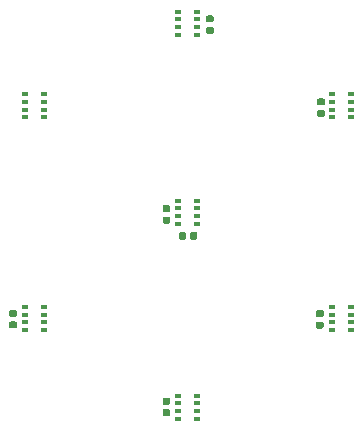
<source format=gbr>
G04 #@! TF.GenerationSoftware,KiCad,Pcbnew,5.0.1-33cea8e~67~ubuntu16.04.1*
G04 #@! TF.CreationDate,2018-10-18T10:50:00-04:00*
G04 #@! TF.ProjectId,MQP Kat Foot Sensors,4D5150204B617420466F6F742053656E,rev?*
G04 #@! TF.SameCoordinates,Original*
G04 #@! TF.FileFunction,Paste,Bot*
G04 #@! TF.FilePolarity,Positive*
%FSLAX46Y46*%
G04 Gerber Fmt 4.6, Leading zero omitted, Abs format (unit mm)*
G04 Created by KiCad (PCBNEW 5.0.1-33cea8e~67~ubuntu16.04.1) date Thu 18 Oct 2018 10:50:00 AM EDT*
%MOMM*%
%LPD*%
G01*
G04 APERTURE LIST*
%ADD10R,0.500000X0.350000*%
%ADD11C,0.100000*%
%ADD12C,0.590000*%
G04 APERTURE END LIST*
D10*
G04 #@! TO.C,IC6*
X-13800000Y-9975000D03*
X-13800000Y-9325000D03*
X-13800000Y-8675000D03*
X-13800000Y-8025000D03*
X-12200000Y-8025000D03*
X-12200000Y-8675000D03*
X-12200000Y-9325000D03*
X-12200000Y-9975000D03*
G04 #@! TD*
G04 #@! TO.C,IC7*
X12200000Y-9975000D03*
X12200000Y-9325000D03*
X12200000Y-8675000D03*
X12200000Y-8025000D03*
X13800000Y-8025000D03*
X13800000Y-8675000D03*
X13800000Y-9325000D03*
X13800000Y-9975000D03*
G04 #@! TD*
G04 #@! TO.C,IC3*
X-800000Y-17475000D03*
X-800000Y-16825000D03*
X-800000Y-16175000D03*
X-800000Y-15525000D03*
X800000Y-15525000D03*
X800000Y-16175000D03*
X800000Y-16825000D03*
X800000Y-17475000D03*
G04 #@! TD*
G04 #@! TO.C,IC4*
X-800000Y-975000D03*
X-800000Y-325000D03*
X-800000Y325000D03*
X-800000Y975000D03*
X800000Y975000D03*
X800000Y325000D03*
X800000Y-325000D03*
X800000Y-975000D03*
G04 #@! TD*
G04 #@! TO.C,IC1*
X-13800000Y8025000D03*
X-13800000Y8675000D03*
X-13800000Y9325000D03*
X-13800000Y9975000D03*
X-12200000Y9975000D03*
X-12200000Y9325000D03*
X-12200000Y8675000D03*
X-12200000Y8025000D03*
G04 #@! TD*
G04 #@! TO.C,IC2*
X800000Y16975000D03*
X800000Y16325000D03*
X800000Y15675000D03*
X800000Y15025000D03*
X-800000Y15025000D03*
X-800000Y15675000D03*
X-800000Y16325000D03*
X-800000Y16975000D03*
G04 #@! TD*
G04 #@! TO.C,IC5*
X12200000Y8025000D03*
X12200000Y8675000D03*
X12200000Y9325000D03*
X12200000Y9975000D03*
X13800000Y9975000D03*
X13800000Y9325000D03*
X13800000Y8675000D03*
X13800000Y8025000D03*
G04 #@! TD*
D11*
G04 #@! TO.C,C4*
G36*
X-14603042Y-8275710D02*
X-14588724Y-8277834D01*
X-14574683Y-8281351D01*
X-14561054Y-8286228D01*
X-14547969Y-8292417D01*
X-14535553Y-8299858D01*
X-14523927Y-8308481D01*
X-14513202Y-8318202D01*
X-14503481Y-8328927D01*
X-14494858Y-8340553D01*
X-14487417Y-8352969D01*
X-14481228Y-8366054D01*
X-14476351Y-8379683D01*
X-14472834Y-8393724D01*
X-14470710Y-8408042D01*
X-14470000Y-8422500D01*
X-14470000Y-8717500D01*
X-14470710Y-8731958D01*
X-14472834Y-8746276D01*
X-14476351Y-8760317D01*
X-14481228Y-8773946D01*
X-14487417Y-8787031D01*
X-14494858Y-8799447D01*
X-14503481Y-8811073D01*
X-14513202Y-8821798D01*
X-14523927Y-8831519D01*
X-14535553Y-8840142D01*
X-14547969Y-8847583D01*
X-14561054Y-8853772D01*
X-14574683Y-8858649D01*
X-14588724Y-8862166D01*
X-14603042Y-8864290D01*
X-14617500Y-8865000D01*
X-14962500Y-8865000D01*
X-14976958Y-8864290D01*
X-14991276Y-8862166D01*
X-15005317Y-8858649D01*
X-15018946Y-8853772D01*
X-15032031Y-8847583D01*
X-15044447Y-8840142D01*
X-15056073Y-8831519D01*
X-15066798Y-8821798D01*
X-15076519Y-8811073D01*
X-15085142Y-8799447D01*
X-15092583Y-8787031D01*
X-15098772Y-8773946D01*
X-15103649Y-8760317D01*
X-15107166Y-8746276D01*
X-15109290Y-8731958D01*
X-15110000Y-8717500D01*
X-15110000Y-8422500D01*
X-15109290Y-8408042D01*
X-15107166Y-8393724D01*
X-15103649Y-8379683D01*
X-15098772Y-8366054D01*
X-15092583Y-8352969D01*
X-15085142Y-8340553D01*
X-15076519Y-8328927D01*
X-15066798Y-8318202D01*
X-15056073Y-8308481D01*
X-15044447Y-8299858D01*
X-15032031Y-8292417D01*
X-15018946Y-8286228D01*
X-15005317Y-8281351D01*
X-14991276Y-8277834D01*
X-14976958Y-8275710D01*
X-14962500Y-8275000D01*
X-14617500Y-8275000D01*
X-14603042Y-8275710D01*
X-14603042Y-8275710D01*
G37*
D12*
X-14790000Y-8570000D03*
D11*
G36*
X-14603042Y-9245710D02*
X-14588724Y-9247834D01*
X-14574683Y-9251351D01*
X-14561054Y-9256228D01*
X-14547969Y-9262417D01*
X-14535553Y-9269858D01*
X-14523927Y-9278481D01*
X-14513202Y-9288202D01*
X-14503481Y-9298927D01*
X-14494858Y-9310553D01*
X-14487417Y-9322969D01*
X-14481228Y-9336054D01*
X-14476351Y-9349683D01*
X-14472834Y-9363724D01*
X-14470710Y-9378042D01*
X-14470000Y-9392500D01*
X-14470000Y-9687500D01*
X-14470710Y-9701958D01*
X-14472834Y-9716276D01*
X-14476351Y-9730317D01*
X-14481228Y-9743946D01*
X-14487417Y-9757031D01*
X-14494858Y-9769447D01*
X-14503481Y-9781073D01*
X-14513202Y-9791798D01*
X-14523927Y-9801519D01*
X-14535553Y-9810142D01*
X-14547969Y-9817583D01*
X-14561054Y-9823772D01*
X-14574683Y-9828649D01*
X-14588724Y-9832166D01*
X-14603042Y-9834290D01*
X-14617500Y-9835000D01*
X-14962500Y-9835000D01*
X-14976958Y-9834290D01*
X-14991276Y-9832166D01*
X-15005317Y-9828649D01*
X-15018946Y-9823772D01*
X-15032031Y-9817583D01*
X-15044447Y-9810142D01*
X-15056073Y-9801519D01*
X-15066798Y-9791798D01*
X-15076519Y-9781073D01*
X-15085142Y-9769447D01*
X-15092583Y-9757031D01*
X-15098772Y-9743946D01*
X-15103649Y-9730317D01*
X-15107166Y-9716276D01*
X-15109290Y-9701958D01*
X-15110000Y-9687500D01*
X-15110000Y-9392500D01*
X-15109290Y-9378042D01*
X-15107166Y-9363724D01*
X-15103649Y-9349683D01*
X-15098772Y-9336054D01*
X-15092583Y-9322969D01*
X-15085142Y-9310553D01*
X-15076519Y-9298927D01*
X-15066798Y-9288202D01*
X-15056073Y-9278481D01*
X-15044447Y-9269858D01*
X-15032031Y-9262417D01*
X-15018946Y-9256228D01*
X-15005317Y-9251351D01*
X-14991276Y-9247834D01*
X-14976958Y-9245710D01*
X-14962500Y-9245000D01*
X-14617500Y-9245000D01*
X-14603042Y-9245710D01*
X-14603042Y-9245710D01*
G37*
D12*
X-14790000Y-9540000D03*
G04 #@! TD*
D11*
G04 #@! TO.C,C6*
G36*
X-1623042Y-15705710D02*
X-1608724Y-15707834D01*
X-1594683Y-15711351D01*
X-1581054Y-15716228D01*
X-1567969Y-15722417D01*
X-1555553Y-15729858D01*
X-1543927Y-15738481D01*
X-1533202Y-15748202D01*
X-1523481Y-15758927D01*
X-1514858Y-15770553D01*
X-1507417Y-15782969D01*
X-1501228Y-15796054D01*
X-1496351Y-15809683D01*
X-1492834Y-15823724D01*
X-1490710Y-15838042D01*
X-1490000Y-15852500D01*
X-1490000Y-16147500D01*
X-1490710Y-16161958D01*
X-1492834Y-16176276D01*
X-1496351Y-16190317D01*
X-1501228Y-16203946D01*
X-1507417Y-16217031D01*
X-1514858Y-16229447D01*
X-1523481Y-16241073D01*
X-1533202Y-16251798D01*
X-1543927Y-16261519D01*
X-1555553Y-16270142D01*
X-1567969Y-16277583D01*
X-1581054Y-16283772D01*
X-1594683Y-16288649D01*
X-1608724Y-16292166D01*
X-1623042Y-16294290D01*
X-1637500Y-16295000D01*
X-1982500Y-16295000D01*
X-1996958Y-16294290D01*
X-2011276Y-16292166D01*
X-2025317Y-16288649D01*
X-2038946Y-16283772D01*
X-2052031Y-16277583D01*
X-2064447Y-16270142D01*
X-2076073Y-16261519D01*
X-2086798Y-16251798D01*
X-2096519Y-16241073D01*
X-2105142Y-16229447D01*
X-2112583Y-16217031D01*
X-2118772Y-16203946D01*
X-2123649Y-16190317D01*
X-2127166Y-16176276D01*
X-2129290Y-16161958D01*
X-2130000Y-16147500D01*
X-2130000Y-15852500D01*
X-2129290Y-15838042D01*
X-2127166Y-15823724D01*
X-2123649Y-15809683D01*
X-2118772Y-15796054D01*
X-2112583Y-15782969D01*
X-2105142Y-15770553D01*
X-2096519Y-15758927D01*
X-2086798Y-15748202D01*
X-2076073Y-15738481D01*
X-2064447Y-15729858D01*
X-2052031Y-15722417D01*
X-2038946Y-15716228D01*
X-2025317Y-15711351D01*
X-2011276Y-15707834D01*
X-1996958Y-15705710D01*
X-1982500Y-15705000D01*
X-1637500Y-15705000D01*
X-1623042Y-15705710D01*
X-1623042Y-15705710D01*
G37*
D12*
X-1810000Y-16000000D03*
D11*
G36*
X-1623042Y-16675710D02*
X-1608724Y-16677834D01*
X-1594683Y-16681351D01*
X-1581054Y-16686228D01*
X-1567969Y-16692417D01*
X-1555553Y-16699858D01*
X-1543927Y-16708481D01*
X-1533202Y-16718202D01*
X-1523481Y-16728927D01*
X-1514858Y-16740553D01*
X-1507417Y-16752969D01*
X-1501228Y-16766054D01*
X-1496351Y-16779683D01*
X-1492834Y-16793724D01*
X-1490710Y-16808042D01*
X-1490000Y-16822500D01*
X-1490000Y-17117500D01*
X-1490710Y-17131958D01*
X-1492834Y-17146276D01*
X-1496351Y-17160317D01*
X-1501228Y-17173946D01*
X-1507417Y-17187031D01*
X-1514858Y-17199447D01*
X-1523481Y-17211073D01*
X-1533202Y-17221798D01*
X-1543927Y-17231519D01*
X-1555553Y-17240142D01*
X-1567969Y-17247583D01*
X-1581054Y-17253772D01*
X-1594683Y-17258649D01*
X-1608724Y-17262166D01*
X-1623042Y-17264290D01*
X-1637500Y-17265000D01*
X-1982500Y-17265000D01*
X-1996958Y-17264290D01*
X-2011276Y-17262166D01*
X-2025317Y-17258649D01*
X-2038946Y-17253772D01*
X-2052031Y-17247583D01*
X-2064447Y-17240142D01*
X-2076073Y-17231519D01*
X-2086798Y-17221798D01*
X-2096519Y-17211073D01*
X-2105142Y-17199447D01*
X-2112583Y-17187031D01*
X-2118772Y-17173946D01*
X-2123649Y-17160317D01*
X-2127166Y-17146276D01*
X-2129290Y-17131958D01*
X-2130000Y-17117500D01*
X-2130000Y-16822500D01*
X-2129290Y-16808042D01*
X-2127166Y-16793724D01*
X-2123649Y-16779683D01*
X-2118772Y-16766054D01*
X-2112583Y-16752969D01*
X-2105142Y-16740553D01*
X-2096519Y-16728927D01*
X-2086798Y-16718202D01*
X-2076073Y-16708481D01*
X-2064447Y-16699858D01*
X-2052031Y-16692417D01*
X-2038946Y-16686228D01*
X-2025317Y-16681351D01*
X-2011276Y-16677834D01*
X-1996958Y-16675710D01*
X-1982500Y-16675000D01*
X-1637500Y-16675000D01*
X-1623042Y-16675710D01*
X-1623042Y-16675710D01*
G37*
D12*
X-1810000Y-16970000D03*
G04 #@! TD*
D11*
G04 #@! TO.C,C10*
G36*
X2056958Y15689290D02*
X2071276Y15687166D01*
X2085317Y15683649D01*
X2098946Y15678772D01*
X2112031Y15672583D01*
X2124447Y15665142D01*
X2136073Y15656519D01*
X2146798Y15646798D01*
X2156519Y15636073D01*
X2165142Y15624447D01*
X2172583Y15612031D01*
X2178772Y15598946D01*
X2183649Y15585317D01*
X2187166Y15571276D01*
X2189290Y15556958D01*
X2190000Y15542500D01*
X2190000Y15247500D01*
X2189290Y15233042D01*
X2187166Y15218724D01*
X2183649Y15204683D01*
X2178772Y15191054D01*
X2172583Y15177969D01*
X2165142Y15165553D01*
X2156519Y15153927D01*
X2146798Y15143202D01*
X2136073Y15133481D01*
X2124447Y15124858D01*
X2112031Y15117417D01*
X2098946Y15111228D01*
X2085317Y15106351D01*
X2071276Y15102834D01*
X2056958Y15100710D01*
X2042500Y15100000D01*
X1697500Y15100000D01*
X1683042Y15100710D01*
X1668724Y15102834D01*
X1654683Y15106351D01*
X1641054Y15111228D01*
X1627969Y15117417D01*
X1615553Y15124858D01*
X1603927Y15133481D01*
X1593202Y15143202D01*
X1583481Y15153927D01*
X1574858Y15165553D01*
X1567417Y15177969D01*
X1561228Y15191054D01*
X1556351Y15204683D01*
X1552834Y15218724D01*
X1550710Y15233042D01*
X1550000Y15247500D01*
X1550000Y15542500D01*
X1550710Y15556958D01*
X1552834Y15571276D01*
X1556351Y15585317D01*
X1561228Y15598946D01*
X1567417Y15612031D01*
X1574858Y15624447D01*
X1583481Y15636073D01*
X1593202Y15646798D01*
X1603927Y15656519D01*
X1615553Y15665142D01*
X1627969Y15672583D01*
X1641054Y15678772D01*
X1654683Y15683649D01*
X1668724Y15687166D01*
X1683042Y15689290D01*
X1697500Y15690000D01*
X2042500Y15690000D01*
X2056958Y15689290D01*
X2056958Y15689290D01*
G37*
D12*
X1870000Y15395000D03*
D11*
G36*
X2056958Y16659290D02*
X2071276Y16657166D01*
X2085317Y16653649D01*
X2098946Y16648772D01*
X2112031Y16642583D01*
X2124447Y16635142D01*
X2136073Y16626519D01*
X2146798Y16616798D01*
X2156519Y16606073D01*
X2165142Y16594447D01*
X2172583Y16582031D01*
X2178772Y16568946D01*
X2183649Y16555317D01*
X2187166Y16541276D01*
X2189290Y16526958D01*
X2190000Y16512500D01*
X2190000Y16217500D01*
X2189290Y16203042D01*
X2187166Y16188724D01*
X2183649Y16174683D01*
X2178772Y16161054D01*
X2172583Y16147969D01*
X2165142Y16135553D01*
X2156519Y16123927D01*
X2146798Y16113202D01*
X2136073Y16103481D01*
X2124447Y16094858D01*
X2112031Y16087417D01*
X2098946Y16081228D01*
X2085317Y16076351D01*
X2071276Y16072834D01*
X2056958Y16070710D01*
X2042500Y16070000D01*
X1697500Y16070000D01*
X1683042Y16070710D01*
X1668724Y16072834D01*
X1654683Y16076351D01*
X1641054Y16081228D01*
X1627969Y16087417D01*
X1615553Y16094858D01*
X1603927Y16103481D01*
X1593202Y16113202D01*
X1583481Y16123927D01*
X1574858Y16135553D01*
X1567417Y16147969D01*
X1561228Y16161054D01*
X1556351Y16174683D01*
X1552834Y16188724D01*
X1550710Y16203042D01*
X1550000Y16217500D01*
X1550000Y16512500D01*
X1550710Y16526958D01*
X1552834Y16541276D01*
X1556351Y16555317D01*
X1561228Y16568946D01*
X1567417Y16582031D01*
X1574858Y16594447D01*
X1583481Y16606073D01*
X1593202Y16616798D01*
X1603927Y16626519D01*
X1615553Y16635142D01*
X1627969Y16642583D01*
X1641054Y16648772D01*
X1654683Y16653649D01*
X1668724Y16657166D01*
X1683042Y16659290D01*
X1697500Y16660000D01*
X2042500Y16660000D01*
X2056958Y16659290D01*
X2056958Y16659290D01*
G37*
D12*
X1870000Y16365000D03*
G04 #@! TD*
D11*
G04 #@! TO.C,C11*
G36*
X11376958Y-8285710D02*
X11391276Y-8287834D01*
X11405317Y-8291351D01*
X11418946Y-8296228D01*
X11432031Y-8302417D01*
X11444447Y-8309858D01*
X11456073Y-8318481D01*
X11466798Y-8328202D01*
X11476519Y-8338927D01*
X11485142Y-8350553D01*
X11492583Y-8362969D01*
X11498772Y-8376054D01*
X11503649Y-8389683D01*
X11507166Y-8403724D01*
X11509290Y-8418042D01*
X11510000Y-8432500D01*
X11510000Y-8727500D01*
X11509290Y-8741958D01*
X11507166Y-8756276D01*
X11503649Y-8770317D01*
X11498772Y-8783946D01*
X11492583Y-8797031D01*
X11485142Y-8809447D01*
X11476519Y-8821073D01*
X11466798Y-8831798D01*
X11456073Y-8841519D01*
X11444447Y-8850142D01*
X11432031Y-8857583D01*
X11418946Y-8863772D01*
X11405317Y-8868649D01*
X11391276Y-8872166D01*
X11376958Y-8874290D01*
X11362500Y-8875000D01*
X11017500Y-8875000D01*
X11003042Y-8874290D01*
X10988724Y-8872166D01*
X10974683Y-8868649D01*
X10961054Y-8863772D01*
X10947969Y-8857583D01*
X10935553Y-8850142D01*
X10923927Y-8841519D01*
X10913202Y-8831798D01*
X10903481Y-8821073D01*
X10894858Y-8809447D01*
X10887417Y-8797031D01*
X10881228Y-8783946D01*
X10876351Y-8770317D01*
X10872834Y-8756276D01*
X10870710Y-8741958D01*
X10870000Y-8727500D01*
X10870000Y-8432500D01*
X10870710Y-8418042D01*
X10872834Y-8403724D01*
X10876351Y-8389683D01*
X10881228Y-8376054D01*
X10887417Y-8362969D01*
X10894858Y-8350553D01*
X10903481Y-8338927D01*
X10913202Y-8328202D01*
X10923927Y-8318481D01*
X10935553Y-8309858D01*
X10947969Y-8302417D01*
X10961054Y-8296228D01*
X10974683Y-8291351D01*
X10988724Y-8287834D01*
X11003042Y-8285710D01*
X11017500Y-8285000D01*
X11362500Y-8285000D01*
X11376958Y-8285710D01*
X11376958Y-8285710D01*
G37*
D12*
X11190000Y-8580000D03*
D11*
G36*
X11376958Y-9255710D02*
X11391276Y-9257834D01*
X11405317Y-9261351D01*
X11418946Y-9266228D01*
X11432031Y-9272417D01*
X11444447Y-9279858D01*
X11456073Y-9288481D01*
X11466798Y-9298202D01*
X11476519Y-9308927D01*
X11485142Y-9320553D01*
X11492583Y-9332969D01*
X11498772Y-9346054D01*
X11503649Y-9359683D01*
X11507166Y-9373724D01*
X11509290Y-9388042D01*
X11510000Y-9402500D01*
X11510000Y-9697500D01*
X11509290Y-9711958D01*
X11507166Y-9726276D01*
X11503649Y-9740317D01*
X11498772Y-9753946D01*
X11492583Y-9767031D01*
X11485142Y-9779447D01*
X11476519Y-9791073D01*
X11466798Y-9801798D01*
X11456073Y-9811519D01*
X11444447Y-9820142D01*
X11432031Y-9827583D01*
X11418946Y-9833772D01*
X11405317Y-9838649D01*
X11391276Y-9842166D01*
X11376958Y-9844290D01*
X11362500Y-9845000D01*
X11017500Y-9845000D01*
X11003042Y-9844290D01*
X10988724Y-9842166D01*
X10974683Y-9838649D01*
X10961054Y-9833772D01*
X10947969Y-9827583D01*
X10935553Y-9820142D01*
X10923927Y-9811519D01*
X10913202Y-9801798D01*
X10903481Y-9791073D01*
X10894858Y-9779447D01*
X10887417Y-9767031D01*
X10881228Y-9753946D01*
X10876351Y-9740317D01*
X10872834Y-9726276D01*
X10870710Y-9711958D01*
X10870000Y-9697500D01*
X10870000Y-9402500D01*
X10870710Y-9388042D01*
X10872834Y-9373724D01*
X10876351Y-9359683D01*
X10881228Y-9346054D01*
X10887417Y-9332969D01*
X10894858Y-9320553D01*
X10903481Y-9308927D01*
X10913202Y-9298202D01*
X10923927Y-9288481D01*
X10935553Y-9279858D01*
X10947969Y-9272417D01*
X10961054Y-9266228D01*
X10974683Y-9261351D01*
X10988724Y-9257834D01*
X11003042Y-9255710D01*
X11017500Y-9255000D01*
X11362500Y-9255000D01*
X11376958Y-9255710D01*
X11376958Y-9255710D01*
G37*
D12*
X11190000Y-9550000D03*
G04 #@! TD*
D11*
G04 #@! TO.C,C12*
G36*
X-288042Y-1680710D02*
X-273724Y-1682834D01*
X-259683Y-1686351D01*
X-246054Y-1691228D01*
X-232969Y-1697417D01*
X-220553Y-1704858D01*
X-208927Y-1713481D01*
X-198202Y-1723202D01*
X-188481Y-1733927D01*
X-179858Y-1745553D01*
X-172417Y-1757969D01*
X-166228Y-1771054D01*
X-161351Y-1784683D01*
X-157834Y-1798724D01*
X-155710Y-1813042D01*
X-155000Y-1827500D01*
X-155000Y-2172500D01*
X-155710Y-2186958D01*
X-157834Y-2201276D01*
X-161351Y-2215317D01*
X-166228Y-2228946D01*
X-172417Y-2242031D01*
X-179858Y-2254447D01*
X-188481Y-2266073D01*
X-198202Y-2276798D01*
X-208927Y-2286519D01*
X-220553Y-2295142D01*
X-232969Y-2302583D01*
X-246054Y-2308772D01*
X-259683Y-2313649D01*
X-273724Y-2317166D01*
X-288042Y-2319290D01*
X-302500Y-2320000D01*
X-597500Y-2320000D01*
X-611958Y-2319290D01*
X-626276Y-2317166D01*
X-640317Y-2313649D01*
X-653946Y-2308772D01*
X-667031Y-2302583D01*
X-679447Y-2295142D01*
X-691073Y-2286519D01*
X-701798Y-2276798D01*
X-711519Y-2266073D01*
X-720142Y-2254447D01*
X-727583Y-2242031D01*
X-733772Y-2228946D01*
X-738649Y-2215317D01*
X-742166Y-2201276D01*
X-744290Y-2186958D01*
X-745000Y-2172500D01*
X-745000Y-1827500D01*
X-744290Y-1813042D01*
X-742166Y-1798724D01*
X-738649Y-1784683D01*
X-733772Y-1771054D01*
X-727583Y-1757969D01*
X-720142Y-1745553D01*
X-711519Y-1733927D01*
X-701798Y-1723202D01*
X-691073Y-1713481D01*
X-679447Y-1704858D01*
X-667031Y-1697417D01*
X-653946Y-1691228D01*
X-640317Y-1686351D01*
X-626276Y-1682834D01*
X-611958Y-1680710D01*
X-597500Y-1680000D01*
X-302500Y-1680000D01*
X-288042Y-1680710D01*
X-288042Y-1680710D01*
G37*
D12*
X-450000Y-2000000D03*
D11*
G36*
X681958Y-1680710D02*
X696276Y-1682834D01*
X710317Y-1686351D01*
X723946Y-1691228D01*
X737031Y-1697417D01*
X749447Y-1704858D01*
X761073Y-1713481D01*
X771798Y-1723202D01*
X781519Y-1733927D01*
X790142Y-1745553D01*
X797583Y-1757969D01*
X803772Y-1771054D01*
X808649Y-1784683D01*
X812166Y-1798724D01*
X814290Y-1813042D01*
X815000Y-1827500D01*
X815000Y-2172500D01*
X814290Y-2186958D01*
X812166Y-2201276D01*
X808649Y-2215317D01*
X803772Y-2228946D01*
X797583Y-2242031D01*
X790142Y-2254447D01*
X781519Y-2266073D01*
X771798Y-2276798D01*
X761073Y-2286519D01*
X749447Y-2295142D01*
X737031Y-2302583D01*
X723946Y-2308772D01*
X710317Y-2313649D01*
X696276Y-2317166D01*
X681958Y-2319290D01*
X667500Y-2320000D01*
X372500Y-2320000D01*
X358042Y-2319290D01*
X343724Y-2317166D01*
X329683Y-2313649D01*
X316054Y-2308772D01*
X302969Y-2302583D01*
X290553Y-2295142D01*
X278927Y-2286519D01*
X268202Y-2276798D01*
X258481Y-2266073D01*
X249858Y-2254447D01*
X242417Y-2242031D01*
X236228Y-2228946D01*
X231351Y-2215317D01*
X227834Y-2201276D01*
X225710Y-2186958D01*
X225000Y-2172500D01*
X225000Y-1827500D01*
X225710Y-1813042D01*
X227834Y-1798724D01*
X231351Y-1784683D01*
X236228Y-1771054D01*
X242417Y-1757969D01*
X249858Y-1745553D01*
X258481Y-1733927D01*
X268202Y-1723202D01*
X278927Y-1713481D01*
X290553Y-1704858D01*
X302969Y-1697417D01*
X316054Y-1691228D01*
X329683Y-1686351D01*
X343724Y-1682834D01*
X358042Y-1680710D01*
X372500Y-1680000D01*
X667500Y-1680000D01*
X681958Y-1680710D01*
X681958Y-1680710D01*
G37*
D12*
X520000Y-2000000D03*
G04 #@! TD*
D11*
G04 #@! TO.C,C14*
G36*
X11476958Y9634290D02*
X11491276Y9632166D01*
X11505317Y9628649D01*
X11518946Y9623772D01*
X11532031Y9617583D01*
X11544447Y9610142D01*
X11556073Y9601519D01*
X11566798Y9591798D01*
X11576519Y9581073D01*
X11585142Y9569447D01*
X11592583Y9557031D01*
X11598772Y9543946D01*
X11603649Y9530317D01*
X11607166Y9516276D01*
X11609290Y9501958D01*
X11610000Y9487500D01*
X11610000Y9192500D01*
X11609290Y9178042D01*
X11607166Y9163724D01*
X11603649Y9149683D01*
X11598772Y9136054D01*
X11592583Y9122969D01*
X11585142Y9110553D01*
X11576519Y9098927D01*
X11566798Y9088202D01*
X11556073Y9078481D01*
X11544447Y9069858D01*
X11532031Y9062417D01*
X11518946Y9056228D01*
X11505317Y9051351D01*
X11491276Y9047834D01*
X11476958Y9045710D01*
X11462500Y9045000D01*
X11117500Y9045000D01*
X11103042Y9045710D01*
X11088724Y9047834D01*
X11074683Y9051351D01*
X11061054Y9056228D01*
X11047969Y9062417D01*
X11035553Y9069858D01*
X11023927Y9078481D01*
X11013202Y9088202D01*
X11003481Y9098927D01*
X10994858Y9110553D01*
X10987417Y9122969D01*
X10981228Y9136054D01*
X10976351Y9149683D01*
X10972834Y9163724D01*
X10970710Y9178042D01*
X10970000Y9192500D01*
X10970000Y9487500D01*
X10970710Y9501958D01*
X10972834Y9516276D01*
X10976351Y9530317D01*
X10981228Y9543946D01*
X10987417Y9557031D01*
X10994858Y9569447D01*
X11003481Y9581073D01*
X11013202Y9591798D01*
X11023927Y9601519D01*
X11035553Y9610142D01*
X11047969Y9617583D01*
X11061054Y9623772D01*
X11074683Y9628649D01*
X11088724Y9632166D01*
X11103042Y9634290D01*
X11117500Y9635000D01*
X11462500Y9635000D01*
X11476958Y9634290D01*
X11476958Y9634290D01*
G37*
D12*
X11290000Y9340000D03*
D11*
G36*
X11476958Y8664290D02*
X11491276Y8662166D01*
X11505317Y8658649D01*
X11518946Y8653772D01*
X11532031Y8647583D01*
X11544447Y8640142D01*
X11556073Y8631519D01*
X11566798Y8621798D01*
X11576519Y8611073D01*
X11585142Y8599447D01*
X11592583Y8587031D01*
X11598772Y8573946D01*
X11603649Y8560317D01*
X11607166Y8546276D01*
X11609290Y8531958D01*
X11610000Y8517500D01*
X11610000Y8222500D01*
X11609290Y8208042D01*
X11607166Y8193724D01*
X11603649Y8179683D01*
X11598772Y8166054D01*
X11592583Y8152969D01*
X11585142Y8140553D01*
X11576519Y8128927D01*
X11566798Y8118202D01*
X11556073Y8108481D01*
X11544447Y8099858D01*
X11532031Y8092417D01*
X11518946Y8086228D01*
X11505317Y8081351D01*
X11491276Y8077834D01*
X11476958Y8075710D01*
X11462500Y8075000D01*
X11117500Y8075000D01*
X11103042Y8075710D01*
X11088724Y8077834D01*
X11074683Y8081351D01*
X11061054Y8086228D01*
X11047969Y8092417D01*
X11035553Y8099858D01*
X11023927Y8108481D01*
X11013202Y8118202D01*
X11003481Y8128927D01*
X10994858Y8140553D01*
X10987417Y8152969D01*
X10981228Y8166054D01*
X10976351Y8179683D01*
X10972834Y8193724D01*
X10970710Y8208042D01*
X10970000Y8222500D01*
X10970000Y8517500D01*
X10970710Y8531958D01*
X10972834Y8546276D01*
X10976351Y8560317D01*
X10981228Y8573946D01*
X10987417Y8587031D01*
X10994858Y8599447D01*
X11003481Y8611073D01*
X11013202Y8621798D01*
X11023927Y8631519D01*
X11035553Y8640142D01*
X11047969Y8647583D01*
X11061054Y8653772D01*
X11074683Y8658649D01*
X11088724Y8662166D01*
X11103042Y8664290D01*
X11117500Y8665000D01*
X11462500Y8665000D01*
X11476958Y8664290D01*
X11476958Y8664290D01*
G37*
D12*
X11290000Y8370000D03*
G04 #@! TD*
D11*
G04 #@! TO.C,C15*
G36*
X-1613042Y599290D02*
X-1598724Y597166D01*
X-1584683Y593649D01*
X-1571054Y588772D01*
X-1557969Y582583D01*
X-1545553Y575142D01*
X-1533927Y566519D01*
X-1523202Y556798D01*
X-1513481Y546073D01*
X-1504858Y534447D01*
X-1497417Y522031D01*
X-1491228Y508946D01*
X-1486351Y495317D01*
X-1482834Y481276D01*
X-1480710Y466958D01*
X-1480000Y452500D01*
X-1480000Y157500D01*
X-1480710Y143042D01*
X-1482834Y128724D01*
X-1486351Y114683D01*
X-1491228Y101054D01*
X-1497417Y87969D01*
X-1504858Y75553D01*
X-1513481Y63927D01*
X-1523202Y53202D01*
X-1533927Y43481D01*
X-1545553Y34858D01*
X-1557969Y27417D01*
X-1571054Y21228D01*
X-1584683Y16351D01*
X-1598724Y12834D01*
X-1613042Y10710D01*
X-1627500Y10000D01*
X-1972500Y10000D01*
X-1986958Y10710D01*
X-2001276Y12834D01*
X-2015317Y16351D01*
X-2028946Y21228D01*
X-2042031Y27417D01*
X-2054447Y34858D01*
X-2066073Y43481D01*
X-2076798Y53202D01*
X-2086519Y63927D01*
X-2095142Y75553D01*
X-2102583Y87969D01*
X-2108772Y101054D01*
X-2113649Y114683D01*
X-2117166Y128724D01*
X-2119290Y143042D01*
X-2120000Y157500D01*
X-2120000Y452500D01*
X-2119290Y466958D01*
X-2117166Y481276D01*
X-2113649Y495317D01*
X-2108772Y508946D01*
X-2102583Y522031D01*
X-2095142Y534447D01*
X-2086519Y546073D01*
X-2076798Y556798D01*
X-2066073Y566519D01*
X-2054447Y575142D01*
X-2042031Y582583D01*
X-2028946Y588772D01*
X-2015317Y593649D01*
X-2001276Y597166D01*
X-1986958Y599290D01*
X-1972500Y600000D01*
X-1627500Y600000D01*
X-1613042Y599290D01*
X-1613042Y599290D01*
G37*
D12*
X-1800000Y305000D03*
D11*
G36*
X-1613042Y-370710D02*
X-1598724Y-372834D01*
X-1584683Y-376351D01*
X-1571054Y-381228D01*
X-1557969Y-387417D01*
X-1545553Y-394858D01*
X-1533927Y-403481D01*
X-1523202Y-413202D01*
X-1513481Y-423927D01*
X-1504858Y-435553D01*
X-1497417Y-447969D01*
X-1491228Y-461054D01*
X-1486351Y-474683D01*
X-1482834Y-488724D01*
X-1480710Y-503042D01*
X-1480000Y-517500D01*
X-1480000Y-812500D01*
X-1480710Y-826958D01*
X-1482834Y-841276D01*
X-1486351Y-855317D01*
X-1491228Y-868946D01*
X-1497417Y-882031D01*
X-1504858Y-894447D01*
X-1513481Y-906073D01*
X-1523202Y-916798D01*
X-1533927Y-926519D01*
X-1545553Y-935142D01*
X-1557969Y-942583D01*
X-1571054Y-948772D01*
X-1584683Y-953649D01*
X-1598724Y-957166D01*
X-1613042Y-959290D01*
X-1627500Y-960000D01*
X-1972500Y-960000D01*
X-1986958Y-959290D01*
X-2001276Y-957166D01*
X-2015317Y-953649D01*
X-2028946Y-948772D01*
X-2042031Y-942583D01*
X-2054447Y-935142D01*
X-2066073Y-926519D01*
X-2076798Y-916798D01*
X-2086519Y-906073D01*
X-2095142Y-894447D01*
X-2102583Y-882031D01*
X-2108772Y-868946D01*
X-2113649Y-855317D01*
X-2117166Y-841276D01*
X-2119290Y-826958D01*
X-2120000Y-812500D01*
X-2120000Y-517500D01*
X-2119290Y-503042D01*
X-2117166Y-488724D01*
X-2113649Y-474683D01*
X-2108772Y-461054D01*
X-2102583Y-447969D01*
X-2095142Y-435553D01*
X-2086519Y-423927D01*
X-2076798Y-413202D01*
X-2066073Y-403481D01*
X-2054447Y-394858D01*
X-2042031Y-387417D01*
X-2028946Y-381228D01*
X-2015317Y-376351D01*
X-2001276Y-372834D01*
X-1986958Y-370710D01*
X-1972500Y-370000D01*
X-1627500Y-370000D01*
X-1613042Y-370710D01*
X-1613042Y-370710D01*
G37*
D12*
X-1800000Y-665000D03*
G04 #@! TD*
M02*

</source>
